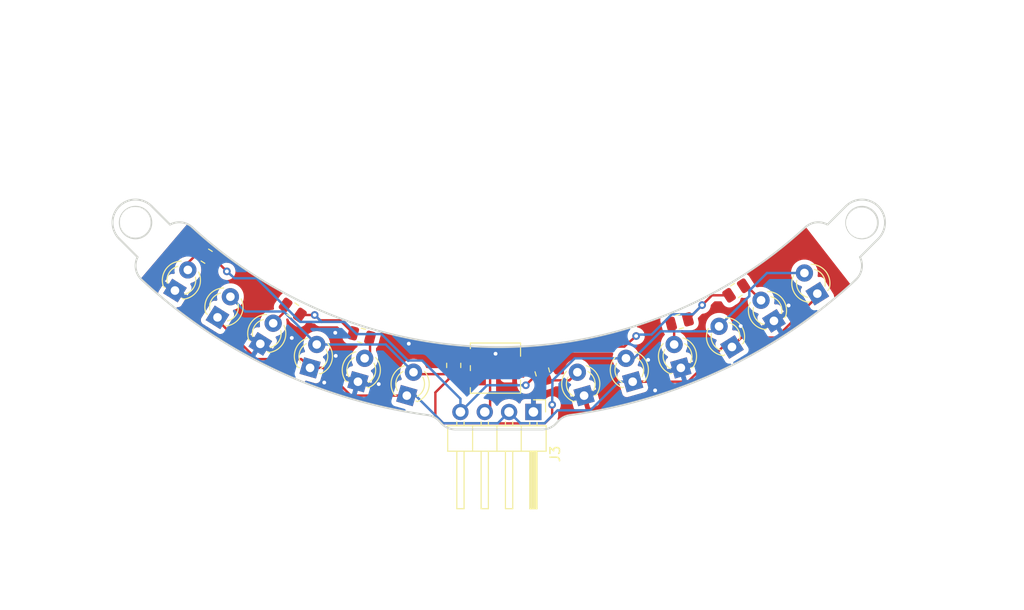
<source format=kicad_pcb>
(kicad_pcb (version 20221018) (generator pcbnew)
  (layers (0 "F.Cu" signal) (31 "B.Cu" signal) (34 "B.Paste" user) (35 "F.Paste" user) (36 "B.SilkS" user "B.Silkscreen") (37 "F.SilkS" user "F.Silkscreen") (38 "B.Mask" user) (39 "F.Mask" user) (44 "Edge.Cuts" user))
  (net 0 "")
  (net 1 "GND")
  (net 2 "Net-(D1-A)")
  (net 3 "Net-(D2-A)")
  (net 4 "Net-(D3-A)")
  (net 5 "Net-(D4-A)")
  (net 6 "+3.3V")
  (net 7 "Data_Line_sensor")
  (net 8 "+5V")
  (net 9 "Net-(Q1-E)")
  (net 11 "Net-(D7-A)")
  (net 12 "Net-(D8-A)")
  (footprint "Resistor_SMD:R_0805_2012Metric" (layer "F.Cu") (at 171.757664 43.73 33)
    (fp_text reference "R6" hide)
    (fp_text value "R" hide)
    (fp_line (start -0.227064 -0.735) (end 0.227064 -0.735) (stroke (width 0.12)) (layer "F.SilkS"))
    (fp_line (start -0.227064 0.735) (end 0.227064 0.735) (stroke (width 0.12)) (layer "F.SilkS"))
    (pad "1" smd roundrect (at -0.9125 0 33) (size 1.025 1.4) (layers "F.Cu" "F.Paste" "F.Mask") (roundrect_rratio 0.243902439) (net 8 "+5V"))
    (pad "2" smd roundrect (at 0.9125 0 33) (size 1.025 1.4) (layers "F.Cu" "F.Paste" "F.Mask") (roundrect_rratio 0.243902439) (net 4 "Net-(D3-A)"))
  )
  (footprint "LED_THT:LED_D3.0mm_Clear" (layer "F.Cu") (at 175.677664 46.9 122)
    (fp_text reference "D3" hide)
    (fp_text value "LED" hide)
    (fp_line (start -0.29 -1.236) (end -0.29 -1.08) (stroke (width 0.12)) (layer "F.SilkS"))
    (fp_line (start -0.29 1.08) (end -0.29 1.236) (stroke (width 0.12)) (layer "F.SilkS"))
    (fp_arc (start -0.29 -1.235516) (mid 1.366487 -1.987659) (end 2.942335 -1.078608) (stroke (width 0.12)) (layer "F.SilkS"))
    (fp_arc (start 0.229039 -1.08) (mid 1.270117 -1.5) (end 2.31113 -1.079837) (stroke (width 0.12)) (layer "F.SilkS"))
    (fp_arc (start 2.31113 1.079837) (mid 1.270117 1.5) (end 0.229039 1.08) (stroke (width 0.12)) (layer "F.SilkS"))
    (fp_arc (start 2.942335 1.078608) (mid 1.366487 1.987659) (end -0.29 1.235516) (stroke (width 0.12)) (layer "F.SilkS"))
    (pad "1" thru_hole rect (at 0 0 122) (size 1.8 1.8) (drill 0.9) (layers "*.Cu" "*.Mask") (net 1 "GND"))
    (pad "2" thru_hole circle (at 2.54 0 122) (size 1.8 1.8) (drill 0.9) (layers "*.Cu" "*.Mask") (net 4 "Net-(D3-A)"))
  )
  (footprint "LED_THT:LED_D3.0mm_Clear" (layer "F.Cu") (at 180.208329 44.053212 122)
    (fp_text reference "Q1" hide)
    (fp_text value "Q_Photo_NPN" hide)
    (fp_line (start -0.29 -1.236) (end -0.29 -1.08) (stroke (width 0.12)) (layer "F.SilkS"))
    (fp_line (start -0.29 1.08) (end -0.29 1.236) (stroke (width 0.12)) (layer "F.SilkS"))
    (fp_arc (start -0.29 -1.235516) (mid 1.366487 -1.987659) (end 2.942335 -1.078608) (stroke (width 0.12)) (layer "F.SilkS"))
    (fp_arc (start 0.229039 -1.08) (mid 1.270117 -1.5) (end 2.31113 -1.079837) (stroke (width 0.12)) (layer "F.SilkS"))
    (fp_arc (start 2.31113 1.079837) (mid 1.270117 1.5) (end 0.229039 1.08) (stroke (width 0.12)) (layer "F.SilkS"))
    (fp_arc (start 2.942335 1.078608) (mid 1.366487 1.987659) (end -0.29 1.235516) (stroke (width 0.12)) (layer "F.SilkS"))
    (pad "1" thru_hole rect (at 0 0 122) (size 1.8 1.8) (drill 0.9) (layers "*.Cu" "*.Mask") (net 6 "+3.3V"))
    (pad "2" thru_hole circle (at 2.54 0 122) (size 1.8 1.8) (drill 0.9) (layers "*.Cu" "*.Mask") (net 9 "Net-(Q1-E)"))
  )
  (footprint "LED_THT:LED_D3.0mm_Clear" (layer "F.Cu") (at 117.572017 46.531261 58)
    (fp_text reference "Q4" hide)
    (fp_text value "Q_Photo_NPN" hide)
    (fp_line (start -0.29 -1.236) (end -0.29 -1.08) (stroke (width 0.12)) (layer "F.SilkS"))
    (fp_line (start -0.29 1.08) (end -0.29 1.236) (stroke (width 0.12)) (layer "F.SilkS"))
    (fp_arc (start -0.29 -1.235516) (mid 1.366487 -1.987659) (end 2.942335 -1.078608) (stroke (width 0.12)) (layer "F.SilkS"))
    (fp_arc (start 0.229039 -1.08) (mid 1.270117 -1.5) (end 2.31113 -1.079837) (stroke (width 0.12)) (layer "F.SilkS"))
    (fp_arc (start 2.31113 1.079837) (mid 1.270117 1.5) (end 0.229039 1.08) (stroke (width 0.12)) (layer "F.SilkS"))
    (fp_arc (start 2.942335 1.078608) (mid 1.366487 1.987659) (end -0.29 1.235516) (stroke (width 0.12)) (layer "F.SilkS"))
    (pad "1" thru_hole rect (at 0 0 58) (size 1.8 1.8) (drill 0.9) (layers "*.Cu" "*.Mask") (net 6 "+3.3V"))
    (pad "2" thru_hole circle (at 2.54 0 58) (size 1.8 1.8) (drill 0.9) (layers "*.Cu" "*.Mask") (net 9 "Net-(Q1-E)"))
  )
  (footprint "Connector_PinHeader_2.54mm:PinHeader_1x04_P2.54mm_Horizontal" (layer "F.Cu") (at 150.56 56.41 -90)
    (fp_text reference "J3" (at 4.385 -2.27 -90) (layer "F.SilkS"))
    (fp_text value "Conn_01x04_Socket")
    (fp_line (start -1.27 -1.27) (end 0 -1.27) (stroke (width 0.12)) (layer "F.SilkS"))
    (fp_line (start -1.27 0) (end -1.27 -1.27) (stroke (width 0.12)) (layer "F.SilkS"))
    (fp_line (start 1.042929 2.16) (end 1.44 2.16) (stroke (width 0.12)) (layer "F.SilkS"))
    (fp_line (start 1.042929 2.92) (end 1.44 2.92) (stroke (width 0.12)) (layer "F.SilkS"))
    (fp_line (start 1.042929 4.7) (end 1.44 4.7) (stroke (width 0.12)) (layer "F.SilkS"))
    (fp_line (start 1.042929 5.46) (end 1.44 5.46) (stroke (width 0.12)) (layer "F.SilkS"))
    (fp_line (start 1.042929 7.24) (end 1.44 7.24) (stroke (width 0.12)) (layer "F.SilkS"))
    (fp_line (start 1.042929 8) (end 1.44 8) (stroke (width 0.12)) (layer "F.SilkS"))
    (fp_line (start 1.11 -0.38) (end 1.44 -0.38) (stroke (width 0.12)) (layer "F.SilkS"))
    (fp_line (start 1.11 0.38) (end 1.44 0.38) (stroke (width 0.12)) (layer "F.SilkS"))
    (fp_line (start 1.44 -1.33) (end 1.44 8.95) (stroke (width 0.12)) (layer "F.SilkS"))
    (fp_line (start 1.44 1.27) (end 4.1 1.27) (stroke (width 0.12)) (layer "F.SilkS"))
    (fp_line (start 1.44 3.81) (end 4.1 3.81) (stroke (width 0.12)) (layer "F.SilkS"))
    (fp_line (start 1.44 6.35) (end 4.1 6.35) (stroke (width 0.12)) (layer "F.SilkS"))
    (fp_line (start 1.44 8.95) (end 4.1 8.95) (stroke (width 0.12)) (layer "F.SilkS"))
    (fp_line (start 4.1 -1.33) (end 1.44 -1.33) (stroke (width 0.12)) (layer "F.SilkS"))
    (fp_line (start 4.1 -0.38) (end 10.1 -0.38) (stroke (width 0.12)) (layer "F.SilkS"))
    (fp_line (start 4.1 -0.32) (end 10.1 -0.32) (stroke (width 0.12)) (layer "F.SilkS"))
    (fp_line (start 4.1 -0.2) (end 10.1 -0.2) (stroke (width 0.12)) (layer "F.SilkS"))
    (fp_line (start 4.1 -0.08) (end 10.1 -0.08) (stroke (width 0.12)) (layer "F.SilkS"))
    (fp_line (start 4.1 0.04) (end 10.1 0.04) (stroke (width 0.12)) (layer "F.SilkS"))
    (fp_line (start 4.1 0.16) (end 10.1 0.16) (stroke (width 0.12)) (layer "F.SilkS"))
    (fp_line (start 4.1 0.28) (end 10.1 0.28) (stroke (width 0.12)) (layer "F.SilkS"))
    (fp_line (start 4.1 2.16) (end 10.1 2.16) (stroke (width 0.12)) (layer "F.SilkS"))
    (fp_line (start 4.1 4.7) (end 10.1 4.7) (stroke (width 0.12)) (layer "F.SilkS"))
    (fp_line (start 4.1 7.24) (end 10.1 7.24) (stroke (width 0.12)) (layer "F.SilkS"))
    (fp_line (start 4.1 8.95) (end 4.1 -1.33) (stroke (width 0.12)) (layer "F.SilkS"))
    (fp_line (start 10.1 -0.38) (end 10.1 0.38) (stroke (width 0.12)) (layer "F.SilkS"))
    (fp_line (start 10.1 0.38) (end 4.1 0.38) (stroke (width 0.12)) (layer "F.SilkS"))
    (fp_line (start 10.1 2.16) (end 10.1 2.92) (stroke (width 0.12)) (layer "F.SilkS"))
    (fp_line (start 10.1 2.92) (end 4.1 2.92) (stroke (width 0.12)) (layer "F.SilkS"))
    (fp_line (start 10.1 4.7) (end 10.1 5.46) (stroke (width 0.12)) (layer "F.SilkS"))
    (fp_line (start 10.1 5.46) (end 4.1 5.46) (stroke (width 0.12)) (layer "F.SilkS"))
    (fp_line (start 10.1 7.24) (end 10.1 8) (stroke (width 0.12)) (layer "F.SilkS"))
    (fp_line (start 10.1 8) (end 4.1 8) (stroke (width 0.12)) (layer "F.SilkS"))
    (pad "1" thru_hole rect (at 0 0 270) (size 1.7 1.7) (drill 1) (layers "*.Cu" "*.Mask") (net 1 "GND"))
    (pad "2" thru_hole oval (at 0 2.54 270) (size 1.7 1.7) (drill 1) (layers "*.Cu" "*.Mask") (net 6 "+3.3V"))
    (pad "3" thru_hole oval (at 0 5.08 270) (size 1.7 1.7) (drill 1) (layers "*.Cu" "*.Mask") (net 7 "Data_Line_sensor"))
    (pad "4" thru_hole oval (at 0 7.62 270) (size 1.7 1.7) (drill 1) (layers "*.Cu" "*.Mask") (net 8 "+5V"))
  )
  (footprint "Resistor_SMD:R_0805_2012Metric" (layer "F.Cu") (at 125.427664 45.76 145)
    (fp_text reference "R7" hide)
    (fp_text value "R" hide)
    (fp_line (start -0.227064 -0.735) (end 0.227064 -0.735) (stroke (width 0.12)) (layer "F.SilkS"))
    (fp_line (start -0.227064 0.735) (end 0.227064 0.735) (stroke (width 0.12)) (layer "F.SilkS"))
    (pad "1" smd roundrect (at -0.9125 0 145) (size 1.025 1.4) (layers "F.Cu" "F.Paste" "F.Mask") (roundrect_rratio 0.243902439) (net 8 "+5V"))
    (pad "2" smd roundrect (at 0.9125 0 145) (size 1.025 1.4) (layers "F.Cu" "F.Paste" "F.Mask") (roundrect_rratio 0.243902439) (net 5 "Net-(D4-A)"))
  )
  (footprint "Resistor_SMD:R_0805_2012Metric" (layer "F.Cu") (at 151.497664 52.23 -74)
    (fp_text reference "R1" hide)
    (fp_text value "R" hide)
    (fp_line (start -0.227064 -0.735) (end 0.227064 -0.735) (stroke (width 0.12)) (layer "F.SilkS"))
    (fp_line (start -0.227064 0.735) (end 0.227064 0.735) (stroke (width 0.12)) (layer "F.SilkS"))
    (pad "1" smd roundrect (at -0.9125 0 286) (size 1.025 1.4) (layers "F.Cu" "F.Paste" "F.Mask") (roundrect_rratio 0.243902439) (net 8 "+5V"))
    (pad "2" smd roundrect (at 0.9125 0 286) (size 1.025 1.4) (layers "F.Cu" "F.Paste" "F.Mask") (roundrect_rratio 0.243902439) (net 12 "Net-(D8-A)"))
  )
  (footprint "LED_THT:LED_D3.0mm_Clear" (layer "F.Cu") (at 155.854027 54.70373 106)
    (fp_text reference "D2" hide)
    (fp_text value "LED" hide)
    (fp_line (start -0.29 -1.236) (end -0.29 -1.08) (stroke (width 0.12)) (layer "F.SilkS"))
    (fp_line (start -0.29 1.08) (end -0.29 1.236) (stroke (width 0.12)) (layer "F.SilkS"))
    (fp_arc (start -0.29 -1.235516) (mid 1.366487 -1.987659) (end 2.942335 -1.078608) (stroke (width 0.12)) (layer "F.SilkS"))
    (fp_arc (start 0.229039 -1.08) (mid 1.270117 -1.5) (end 2.31113 -1.079837) (stroke (width 0.12)) (layer "F.SilkS"))
    (fp_arc (start 2.31113 1.079837) (mid 1.270117 1.5) (end 0.229039 1.08) (stroke (width 0.12)) (layer "F.SilkS"))
    (fp_arc (start 2.942335 1.078608) (mid 1.366487 1.987659) (end -0.29 1.235516) (stroke (width 0.12)) (layer "F.SilkS"))
    (pad "1" thru_hole rect (at 0 0 106) (size 1.8 1.8) (drill 0.9) (layers "*.Cu" "*.Mask") (net 1 "GND"))
    (pad "2" thru_hole circle (at 2.54 0 106) (size 1.8 1.8) (drill 0.9) (layers "*.Cu" "*.Mask") (net 12 "Net-(D8-A)"))
  )
  (footprint "MountingHole:MountingHole_3.2mm_M3" (layer "F.Cu") (at 184.837664 36.66 180)
    (fp_text reference "REF**" hide)
    (fp_text value "MountingHole_3.2mm_M3" hide)
    (pad "" np_thru_hole circle (at 0 0 180) (size 3.2 3.2) (drill 3.2) (layers "*.Cu" "*.Mask"))
  )
  (footprint "LED_THT:LED_D3.0mm_Clear" (layer "F.Cu") (at 160.927664 53.25 106)
    (fp_text reference "Q17" hide)
    (fp_text value "Q_Photo_NPN" hide)
    (fp_line (start -0.29 -1.236) (end -0.29 -1.08) (stroke (width 0.12)) (layer "F.SilkS"))
    (fp_line (start -0.29 1.08) (end -0.29 1.236) (stroke (width 0.12)) (layer "F.SilkS"))
    (fp_arc (start -0.29 -1.235516) (mid 1.366487 -1.987659) (end 2.942335 -1.078608) (stroke (width 0.12)) (layer "F.SilkS"))
    (fp_arc (start 0.229039 -1.08) (mid 1.270117 -1.5) (end 2.31113 -1.079837) (stroke (width 0.12)) (layer "F.SilkS"))
    (fp_arc (start 2.31113 1.079837) (mid 1.270117 1.5) (end 0.229039 1.08) (stroke (width 0.12)) (layer "F.SilkS"))
    (fp_arc (start 2.942335 1.078608) (mid 1.366487 1.987659) (end -0.29 1.235516) (stroke (width 0.12)) (layer "F.SilkS"))
    (pad "1" thru_hole rect (at 0 0 106) (size 1.8 1.8) (drill 0.9) (layers "*.Cu" "*.Mask") (net 6 "+3.3V"))
    (pad "2" thru_hole circle (at 2.54 0 106) (size 1.8 1.8) (drill 0.9) (layers "*.Cu" "*.Mask") (net 9 "Net-(Q1-E)"))
  )
  (footprint "Resistor_SMD:R_0805_2012Metric" (layer "F.Cu") (at 132.617664 48.43 -15)
    (fp_text reference "R1" hide)
    (fp_text value "R" hide)
    (fp_line (start -0.227064 -0.735) (end 0.227064 -0.735) (stroke (width 0.12)) (layer "F.SilkS"))
    (fp_line (start -0.227064 0.735) (end 0.227064 0.735) (stroke (width 0.12)) (layer "F.SilkS"))
    (pad "1" smd roundrect (at -0.9125 0 345) (size 1.025 1.4) (layers "F.Cu" "F.Paste" "F.Mask") (roundrect_rratio 0.243902439) (net 8 "+5V"))
    (pad "2" smd roundrect (at 0.9125 0 345) (size 1.025 1.4) (layers "F.Cu" "F.Paste" "F.Mask") (roundrect_rratio 0.243902439) (net 2 "Net-(D1-A)"))
  )
  (footprint "LED_THT:LED_D3.0mm_Clear" (layer "F.Cu") (at 122.040651 49.299451 58)
    (fp_text reference "D4" hide)
    (fp_text value "LED" hide)
    (fp_line (start -0.29 -1.236) (end -0.29 -1.08) (stroke (width 0.12)) (layer "F.SilkS"))
    (fp_line (start -0.29 1.08) (end -0.29 1.236) (stroke (width 0.12)) (layer "F.SilkS"))
    (fp_arc (start -0.29 -1.235516) (mid 1.366487 -1.987659) (end 2.942335 -1.078608) (stroke (width 0.12)) (layer "F.SilkS"))
    (fp_arc (start 0.229039 -1.08) (mid 1.270117 -1.5) (end 2.31113 -1.079837) (stroke (width 0.12)) (layer "F.SilkS"))
    (fp_arc (start 2.31113 1.079837) (mid 1.270117 1.5) (end 0.229039 1.08) (stroke (width 0.12)) (layer "F.SilkS"))
    (fp_arc (start 2.942335 1.078608) (mid 1.366487 1.987659) (end -0.29 1.235516) (stroke (width 0.12)) (layer "F.SilkS"))
    (pad "1" thru_hole rect (at 0 0 58) (size 1.8 1.8) (drill 0.9) (layers "*.Cu" "*.Mask") (net 1 "GND"))
    (pad "2" thru_hole circle (at 2.54 0 58) (size 1.8 1.8) (drill 0.9) (layers "*.Cu" "*.Mask") (net 5 "Net-(D4-A)"))
  )
  (footprint "LED_THT:LED_D3.0mm_Clear" (layer "F.Cu") (at 132.237664 53.25 74)
    (fp_text reference "D1" hide)
    (fp_text value "LED" hide)
    (fp_line (start -0.29 -1.236) (end -0.29 -1.08) (stroke (width 0.12)) (layer "F.SilkS"))
    (fp_line (start -0.29 1.08) (end -0.29 1.236) (stroke (width 0.12)) (layer "F.SilkS"))
    (fp_arc (start -0.29 -1.235516) (mid 1.366487 -1.987659) (end 2.942335 -1.078608) (stroke (width 0.12)) (layer "F.SilkS"))
    (fp_arc (start 0.229039 -1.08) (mid 1.270117 -1.5) (end 2.31113 -1.079837) (stroke (width 0.12)) (layer "F.SilkS"))
    (fp_arc (start 2.31113 1.079837) (mid 1.270117 1.5) (end 0.229039 1.08) (stroke (width 0.12)) (layer "F.SilkS"))
    (fp_arc (start 2.942335 1.078608) (mid 1.366487 1.987659) (end -0.29 1.235516) (stroke (width 0.12)) (layer "F.SilkS"))
    (pad "1" thru_hole rect (at 0 0 74) (size 1.8 1.8) (drill 0.9) (layers "*.Cu" "*.Mask") (net 1 "GND"))
    (pad "2" thru_hole circle (at 2.54 0 74) (size 1.8 1.8) (drill 0.9) (layers "*.Cu" "*.Mask") (net 2 "Net-(D1-A)"))
  )
  (footprint "MountingHole:MountingHole_3.2mm_M3" (layer "F.Cu") (at 108.987664 36.61 180)
    (fp_text reference "REF**" hide)
    (fp_text value "MountingHole_3.2mm_M3" hide)
    (pad "" np_thru_hole circle (at 0 0 180) (size 3.2 3.2) (drill 3.2) (layers "F&B.Cu" "*.Mask"))
  )
  (footprint "LED_THT:LED_D3.0mm_Clear" (layer "F.Cu") (at 127.23589 51.805237 74)
    (fp_text reference "Q16" hide)
    (fp_text value "Q_Photo_NPN" hide)
    (fp_line (start -0.29 -1.236) (end -0.29 -1.08) (stroke (width 0.12)) (layer "F.SilkS"))
    (fp_line (start -0.29 1.08) (end -0.29 1.236) (stroke (width 0.12)) (layer "F.SilkS"))
    (fp_arc (start -0.29 -1.235516) (mid 1.366487 -1.987659) (end 2.942335 -1.078608) (stroke (width 0.12)) (layer "F.SilkS"))
    (fp_arc (start 0.229039 -1.08) (mid 1.270117 -1.5) (end 2.31113 -1.079837) (stroke (width 0.12)) (layer "F.SilkS"))
    (fp_arc (start 2.31113 1.079837) (mid 1.270117 1.5) (end 0.229039 1.08) (stroke (width 0.12)) (layer "F.SilkS"))
    (fp_arc (start 2.942335 1.078608) (mid 1.366487 1.987659) (end -0.29 1.235516) (stroke (width 0.12)) (layer "F.SilkS"))
    (pad "1" thru_hole rect (at 0 0 74) (size 1.8 1.8) (drill 0.9) (layers "*.Cu" "*.Mask") (net 6 "+3.3V"))
    (pad "2" thru_hole circle (at 2.54 0 74) (size 1.8 1.8) (drill 0.9) (layers "*.Cu" "*.Mask") (net 9 "Net-(Q1-E)"))
  )
  (footprint "Potentiometer_SMD:Potentiometer_Vishay_TS53YJ_Vertical" (layer "F.Cu") (at 146.597664 51.83 180)
    (fp_text reference "RV2" hide)
    (fp_text value "R_Potentiometer_Trim_US" hide)
    (fp_line (start -2.62 -2.62) (end -2.62 -1.24) (stroke (width 0.12)) (layer "F.SilkS"))
    (fp_line (start -2.62 -2.62) (end 2.62 -2.62) (stroke (width 0.12)) (layer "F.SilkS"))
    (fp_line (start -2.62 1.24) (end -2.62 2.62) (stroke (width 0.12)) (layer "F.SilkS"))
    (fp_line (start -2.62 2.62) (end 2.62 2.62) (stroke (width 0.12)) (layer "F.SilkS"))
    (fp_line (start 2.62 -2.62) (end 2.62 -2.039) (stroke (width 0.12)) (layer "F.SilkS"))
    (fp_line (start 2.62 -0.26) (end 2.62 0.26) (stroke (width 0.12)) (layer "F.SilkS"))
    (fp_line (start 2.62 2.04) (end 2.62 2.62) (stroke (width 0.12)) (layer "F.SilkS"))
    (pad "1" smd rect (at 2 -1.15 180) (size 2 1.3) (layers "F.Cu" "F.Paste" "F.Mask"))
    (pad "2" smd rect (at -2 0 180) (size 2 2) (layers "F.Cu" "F.Paste" "F.Mask") (net 1 "GND"))
    (pad "3" smd rect (at 2 1.15 180) (size 2 1.3) (layers "F.Cu" "F.Paste" "F.Mask") (net 7 "Data_Line_sensor"))
  )
  (footprint "LED_THT:LED_D3.0mm_Clear" (layer "F.Cu") (at 165.956888 51.806782 106)
    (fp_text reference "D2" hide)
    (fp_text value "LED" hide)
    (fp_line (start -0.29 -1.236) (end -0.29 -1.08) (stroke (width 0.12)) (layer "F.SilkS"))
    (fp_line (start -0.29 1.08) (end -0.29 1.236) (stroke (width 0.12)) (layer "F.SilkS"))
    (fp_arc (start -0.29 -1.235516) (mid 1.366487 -1.987659) (end 2.942335 -1.078608) (stroke (width 0.12)) (layer "F.SilkS"))
    (fp_arc (start 0.229039 -1.08) (mid 1.270117 -1.5) (end 2.31113 -1.079837) (stroke (width 0.12)) (layer "F.SilkS"))
    (fp_arc (start 2.31113 1.079837) (mid 1.270117 1.5) (end 0.229039 1.08) (stroke (width 0.12)) (layer "F.SilkS"))
    (fp_arc (start 2.942335 1.078608) (mid 1.366487 1.987659) (end -0.29 1.235516) (stroke (width 0.12)) (layer "F.SilkS"))
    (pad "1" thru_hole rect (at 0 0 106) (size 1.8 1.8) (drill 0.9) (layers "*.Cu" "*.Mask") (net 1 "GND"))
    (pad "2" thru_hole circle (at 2.54 0 106) (size 1.8 1.8) (drill 0.9) (layers "*.Cu" "*.Mask") (net 3 "Net-(D2-A)"))
  )
  (footprint "LED_THT:LED_D3.0mm_Clear" (layer "F.Cu") (at 113.127664 43.73 58)
    (fp_text reference "D7" hide)
    (fp_text value "LED")
    (fp_line (start -0.29 -1.236) (end -0.29 -1.08) (stroke (width 0.12)) (layer "F.SilkS"))
    (fp_line (start -0.29 1.08) (end -0.29 1.236) (stroke (width 0.12)) (layer "F.SilkS"))
    (fp_arc (start -0.29 -1.235516) (mid 1.366487 -1.987659) (end 2.942335 -1.078608) (stroke (width 0.12)) (layer "F.SilkS"))
    (fp_arc (start 0.229039 -1.08) (mid 1.270117 -1.5) (end 2.31113 -1.079837) (stroke (width 0.12)) (layer "F.SilkS"))
    (fp_arc (start 2.31113 1.079837) (mid 1.270117 1.5) (end 0.229039 1.08) (stroke (width 0.12)) (layer "F.SilkS"))
    (fp_arc (start 2.942335 1.078608) (mid 1.366487 1.987659) (end -0.29 1.235516) (stroke (width 0.12)) (layer "F.SilkS"))
    (pad "1" thru_hole rect (at 0 0 58) (size 1.8 1.8) (drill 0.9) (layers "*.Cu" "*.Mask") (net 1 "GND"))
    (pad "2" thru_hole circle (at 2.54 0 58) (size 1.8 1.8) (drill 0.9) (layers "*.Cu" "*.Mask") (net 11 "Net-(D7-A)"))
  )
  (footprint "Resistor_SMD:R_0805_2012Metric" (layer "F.Cu") (at 142.237664 51.5475 90)
    (fp_text reference "R4" hide)
    (fp_text value "R" hide)
    (fp_line (start -0.227064 -0.735) (end 0.227064 -0.735) (stroke (width 0.12)) (layer "F.SilkS"))
    (fp_line (start -0.227064 0.735) (end 0.227064 0.735) (stroke (width 0.12)) (layer "F.SilkS"))
    (pad "1" smd roundrect (at -0.9125 0 90) (size 1.025 1.4) (layers "F.Cu" "F.Paste" "F.Mask") (roundrect_rratio 0.243902439) (net 9 "Net-(Q1-E)"))
    (pad "2" smd roundrect (at 0.9125 0 90) (size 1.025 1.4) (layers "F.Cu" "F.Paste" "F.Mask") (roundrect_rratio 0.243902439) (net 7 "Data_Line_sensor"))
  )
  (footprint "Resistor_SMD:R_0805_2012Metric" (layer "F.Cu") (at 165.819071 46.973828 -165)
    (fp_text reference "R5" hide)
    (fp_text value "R" hide)
    (fp_line (start -0.227064 -0.735) (end 0.227064 -0.735) (stroke (width 0.12)) (layer "F.SilkS"))
    (fp_line (start -0.227064 0.735) (end 0.227064 0.735) (stroke (width 0.12)) (layer "F.SilkS"))
    (pad "1" smd roundrect (at -0.9125 0 195) (size 1.025 1.4) (layers "F.Cu" "F.Paste" "F.Mask") (roundrect_rratio 0.243902439) (net 8 "+5V"))
    (pad "2" smd roundrect (at 0.9125 0 195) (size 1.025 1.4) (layers "F.Cu" "F.Paste" "F.Mask") (roundrect_rratio 0.243902439) (net 3 "Net-(D2-A)"))
  )
  (footprint "LED_THT:LED_D3.0mm_Clear" (layer "F.Cu") (at 171.295343 49.622663 122)
    (fp_text reference "Q3" hide)
    (fp_text value "Q_Photo_NPN" hide)
    (fp_line (start -0.29 -1.236) (end -0.29 -1.08) (stroke (width 0.12)) (layer "F.SilkS"))
    (fp_line (start -0.29 1.08) (end -0.29 1.236) (stroke (width 0.12)) (layer "F.SilkS"))
    (fp_arc (start -0.29 -1.235516) (mid 1.366487 -1.987659) (end 2.942335 -1.078608) (stroke (width 0.12)) (layer "F.SilkS"))
    (fp_arc (start 0.229039 -1.08) (mid 1.270117 -1.5) (end 2.31113 -1.079837) (stroke (width 0.12)) (layer "F.SilkS"))
    (fp_arc (start 2.31113 1.079837) (mid 1.270117 1.5) (end 0.229039 1.08) (stroke (width 0.12)) (layer "F.SilkS"))
    (fp_arc (start 2.942335 1.078608) (mid 1.366487 1.987659) (end -0.29 1.235516) (stroke (width 0.12)) (layer "F.SilkS"))
    (pad "1" thru_hole rect (at 0 0 122) (size 1.8 1.8) (drill 0.9) (layers "*.Cu" "*.Mask") (net 6 "+3.3V"))
    (pad "2" thru_hole circle (at 2.54 0 122) (size 1.8 1.8) (drill 0.9) (layers "*.Cu" "*.Mask") (net 9 "Net-(Q1-E)"))
  )
  (footprint "LED_THT:LED_D3.0mm_Clear" (layer "F.Cu") (at 137.338751 54.702185 74)
    (fp_text reference "Q15" hide)
    (fp_text value "Q_Photo_NPN" hide)
    (fp_line (start -0.29 -1.236) (end -0.29 -1.08) (stroke (width 0.12)) (layer "F.SilkS"))
    (fp_line (start -0.29 1.08) (end -0.29 1.236) (stroke (width 0.12)) (layer "F.SilkS"))
    (fp_arc (start -0.29 -1.235516) (mid 1.366487 -1.987659) (end 2.942335 -1.078608) (stroke (width 0.12)) (layer "F.SilkS"))
    (fp_arc (start 0.229039 -1.08) (mid 1.270117 -1.5) (end 2.31113 -1.079837) (stroke (width 0.12)) (layer "F.SilkS"))
    (fp_arc (start 2.31113 1.079837) (mid 1.270117 1.5) (end 0.229039 1.08) (stroke (width 0.12)) (layer "F.SilkS"))
    (fp_arc (start 2.942335 1.078608) (mid 1.366487 1.987659) (end -0.29 1.235516) (stroke (width 0.12)) (layer "F.SilkS"))
    (pad "1" thru_hole rect (at 0 0 74) (size 1.8 1.8) (drill 0.9) (layers "*.Cu" "*.Mask") (net 6 "+3.3V"))
    (pad "2" thru_hole circle (at 2.54 0 74) (size 1.8 1.8) (drill 0.9) (layers "*.Cu" "*.Mask") (net 9 "Net-(Q1-E)"))
  )
  (footprint "Resistor_SMD:R_0805_2012Metric" (layer "F.Cu") (at 116.441508 40.143551 148)
    (fp_text reference "R2" hide)
    (fp_text value "R" hide)
    (fp_line (start -0.227064 -0.735) (end 0.227064 -0.735) (stroke (width 0.12)) (layer "F.SilkS"))
    (fp_line (start -0.227064 0.735) (end 0.227064 0.735) (stroke (width 0.12)) (layer "F.SilkS"))
    (pad "1" smd roundrect (at -0.9125 0 148) (size 1.025 1.4) (layers "F.Cu" "F.Paste" "F.Mask") (roundrect_rratio 0.243902439) (net 8 "+5V"))
    (pad "2" smd roundrect (at 0.9125 0 148) (size 1.025 1.4) (layers "F.Cu" "F.Paste" "F.Mask") (roundrect_rratio 0.243902439) (net 11 "Net-(D7-A)"))
  )
  (gr_line (start 184.663104 40.239446) (end 186.572293 38.330257) (stroke (width 0.2)) (layer "Edge.Cuts"))
  (gr_circle (center 109.012428 36.633201) (end 107.362428 36.633201) (stroke (width 0.2)) (fill none) (layer "Edge.Cuts"))
  (gr_arc (start 107.315371 38.330257) (mid 107.315389 34.936125) (end 110.709484 34.936145) (stroke (width 0.2)) (layer "Edge.Cuts"))
  (gr_line (start 183.17818 34.936145) (end 181.268992 36.845333) (stroke (width 0.2)) (layer "Edge.Cuts"))
  (gr_line (start 112.618672 36.845333) (end 110.709484 34.936145) (stroke (width 0.2)) (layer "Edge.Cuts"))
  (gr_arc (start 152.937521 57.598817) (mid 152.270742 58.07272) (end 151.47 58.24) (stroke (width 0.2)) (layer "Edge.Cuts"))
  (gr_arc (start 184.233555 42.596152) (mid 170.386536 51.972603) (end 154.356422 56.736349) (stroke (width 0.2)) (layer "Edge.Cuts"))
  (gr_arc (start 139.531242 56.736349) (mid 140.183843 56.943756) (end 140.72823 57.359151) (stroke (width 0.2)) (layer "Edge.Cuts"))
  (gr_arc (start 139.531242 56.736349) (mid 123.501131 51.972603) (end 109.654109 42.596152) (stroke (width 0.2)) (layer "Edge.Cuts"))
  (gr_arc (start 109.654109 42.596152) (mid 109.047439 41.489226) (end 109.22456 40.239446) (stroke (width 0.2)) (layer "Edge.Cuts"))
  (gr_arc (start 184.663104 40.239446) (mid 184.840187 41.489227) (end 184.233555 42.596152) (stroke (width 0.2)) (layer "Edge.Cuts"))
  (gr_arc (start 153.159434 57.359151) (mid 153.703822 56.943768) (end 154.356422 56.736349) (stroke (width 0.2)) (layer "Edge.Cuts"))
  (gr_circle (center 184.875236 36.633201) (end 183.225236 36.633201) (stroke (width 0.2)) (fill none) (layer "Edge.Cuts"))
  (gr_line (start 140.72823 57.359151) (end 140.950143 57.598817) (stroke (width 0.2)) (layer "Edge.Cuts"))
  (gr_line (start 142.417664 58.24) (end 151.47 58.24) (stroke (width 0.2)) (layer "Edge.Cuts"))
  (gr_arc (start 178.951511 37.129314) (mid 146.943832 49.64) (end 114.936153 37.129314) (stroke (width 0.2)) (layer "Edge.Cuts"))
  (gr_arc (start 183.17818 34.936145) (mid 186.572333 34.93613) (end 186.572293 38.330257) (stroke (width 0.2)) (layer "Edge.Cuts"))
  (gr_arc (start 142.417664 58.24) (mid 141.616918 58.072714) (end 140.950143 57.598817) (stroke (width 0.2)) (layer "Edge.Cuts"))
  (gr_arc (start 178.951511 37.129314) (mid 180.06451 36.614026) (end 181.268992 36.845333) (stroke (width 0.2)) (layer "Edge.Cuts"))
  (gr_line (start 107.315371 38.330257) (end 109.22456 40.239446) (stroke (width 0.2)) (layer "Edge.Cuts"))
  (gr_line (start 152.937521 57.598817) (end 153.159434 57.359151) (stroke (width 0.2)) (layer "Edge.Cuts"))
  (gr_arc (start 112.618672 36.845333) (mid 113.823145 36.614067) (end 114.936153 37.129314) (stroke (width 0.2)) (layer "Edge.Cuts"))
  (segment (start 150.597664 56.32) (end 150.527664 56.39) (width 0.25) (layer "F.Cu") (net 1))
  (via (at 134.407664 53.5) (size 0.8) (drill 0.4) (layers "F.Cu" "B.Cu") (net 1))
  (via (at 125.327664 48.68) (size 0.8) (drill 0.4) (layers "F.Cu" "B.Cu") (net 1))
  (via (at 163.27 54.16) (size 0.8) (drill 0.4) (layers "F.Cu" "B.Cu") (net 1))
  (via (at 129.917664 50.55) (size 0.8) (drill 0.4) (layers "F.Cu" "B.Cu") (net 1))
  (via (at 128.717664 53.34) (size 0.8) (drill 0.4) (layers "F.Cu" "B.Cu") (net 1))
  (via (at 146.607664 50.33) (size 0.8) (drill 0.4) (layers "F.Cu" "B.Cu") (net 1))
  (via (at 162.54 50.97) (size 0.8) (drill 0.4) (layers "F.Cu" "B.Cu") (net 1))
  (via (at 137.547664 49.28) (size 0.8) (drill 0.4) (layers "F.Cu" "B.Cu") (net 1))
  (via (at 172.207664 47.44) (size 0.8) (drill 0.4) (layers "F.Cu" "B.Cu") (net 1))
  (via (at 129.867664 48.14) (size 0.8) (drill 0.4) (layers "F.Cu" "B.Cu") (net 1))
  (via (at 177.207664 45.29) (size 0.8) (drill 0.4) (layers "F.Cu" "B.Cu") (net 1))
  (segment (start 133.499071 50.247107) (end 132.937783 50.808395) (width 0.25) (layer "F.Cu") (net 2))
  (segment (start 133.499071 48.666172) (end 133.499071 50.247107) (width 0.25) (layer "F.Cu") (net 2))
  (segment (start 165.256769 49.365177) (end 165.256769 47.529105) (width 0.25) (layer "F.Cu") (net 3))
  (segment (start 165.256769 47.529105) (end 164.937664 47.21) (width 0.25) (layer "F.Cu") (net 3))
  (segment (start 165.256769 49.365177) (end 165.256769 48.600895) (width 0.25) (layer "B.Cu") (net 3))
  (segment (start 165.051946 49.57) (end 165.256769 49.365177) (width 0.25) (layer "B.Cu") (net 3))
  (segment (start 172.522951 43.233017) (end 172.818728 43.233017) (width 0.25) (layer "F.Cu") (net 4))
  (segment (start 172.818728 43.233017) (end 174.331669 44.745958) (width 0.25) (layer "F.Cu") (net 4))
  (segment (start 124.680188 45.236612) (end 124.680188 45.851867) (width 0.25) (layer "F.Cu") (net 5))
  (segment (start 124.680188 45.851867) (end 123.386646 47.145409) (width 0.25) (layer "F.Cu") (net 5))
  (segment (start 117.572017 46.816925) (end 121.645092 50.89) (width 0.25) (layer "F.Cu") (net 6))
  (segment (start 131.499959 54.702185) (end 128.603011 51.805237) (width 0.25) (layer "F.Cu") (net 6))
  (segment (start 171.295343 49.622663) (end 170.330897 49.622663) (width 0.25) (layer "F.Cu") (net 6))
  (segment (start 137.338751 54.702185) (end 131.499959 54.702185) (width 0.25) (layer "F.Cu") (net 6))
  (segment (start 117.572017 46.531261) (end 117.572017 46.816925) (width 0.25) (layer "F.Cu") (net 6))
  (segment (start 175.777664 48.64) (end 172.278006 48.64) (width 0.25) (layer "F.Cu") (net 6))
  (segment (start 170.330897 49.622663) (end 166.70356 53.25) (width 0.25) (layer "F.Cu") (net 6))
  (segment (start 175.777664 48.64) (end 175.923772 48.64) (width 0.25) (layer "F.Cu") (net 6))
  (segment (start 121.645092 50.89) (end 126.320653 50.89) (width 0.25) (layer "F.Cu") (net 6))
  (segment (start 128.603011 51.805237) (end 127.23589 51.805237) (width 0.25) (layer "F.Cu") (net 6))
  (segment (start 172.278006 48.64) (end 171.295343 49.622663) (width 0.25) (layer "F.Cu") (net 6))
  (segment (start 175.923772 48.64) (end 180.208329 44.355443) (width 0.25) (layer "F.Cu") (net 6))
  (segment (start 166.70356 53.25) (end 160.927664 53.25) (width 0.25) (layer "F.Cu") (net 6))
  (segment (start 126.320653 50.89) (end 127.23589 51.805237) (width 0.25) (layer "F.Cu") (net 6))
  (segment (start 180.208329 44.053212) (end 180.208329 44.355443) (width 0.25) (layer "F.Cu") (net 6))
  (segment (start 175.912872 48.64) (end 175.777664 48.64) (width 0.25) (layer "F.Cu") (net 6))
  (segment (start 153.08 56.24) (end 151.735 57.585) (width 0.25) (layer "B.Cu") (net 6))
  (segment (start 160.927664 53.25) (end 159.497647 53.25) (width 0.25) (layer "B.Cu") (net 6))
  (segment (start 148.02 56.41) (end 146.845 57.585) (width 0.25) (layer "B.Cu") (net 6))
  (segment (start 156.507647 56.24) (end 153.08 56.24) (width 0.25) (layer "B.Cu") (net 6))
  (segment (start 141.142371 57.585) (end 138.259556 54.702185) (width 0.25) (layer "B.Cu") (net 6))
  (segment (start 149.195 57.585) (end 148.02 56.41) (width 0.25) (layer "B.Cu") (net 6))
  (segment (start 146.845 57.585) (end 141.142371 57.585) (width 0.25) (layer "B.Cu") (net 6))
  (segment (start 138.259556 54.702185) (end 137.338751 54.702185) (width 0.25) (layer "B.Cu") (net 6))
  (segment (start 151.735 57.585) (end 149.195 57.585) (width 0.25) (layer "B.Cu") (net 6))
  (segment (start 159.497647 53.25) (end 156.507647 56.24) (width 0.25) (layer "B.Cu") (net 6))
  (segment (start 144.797664 50.68) (end 144.597664 50.68) (width 0.25) (layer "F.Cu") (net 7))
  (segment (start 144.587664 50.65) (end 142.252664 50.65) (width 0.7) (layer "F.Cu") (net 7))
  (segment (start 145.037664 50.65) (end 144.587664 50.65) (width 0.7) (layer "F.Cu") (net 7))
  (segment (start 146.037664 55.852336) (end 146.037664 51.92) (width 0.25) (layer "F.Cu") (net 7))
  (segment (start 145.48 56.41) (end 146.037664 55.852336) (width 0.25) (layer "F.Cu") (net 7))
  (segment (start 146.037664 51.92) (end 144.797664 50.68) (width 0.25) (layer "F.Cu") (net 7))
  (segment (start 142.252664 50.65) (end 142.237664 50.635) (width 0.7) (layer "F.Cu") (net 7))
  (segment (start 151.246145 52.143855) (end 151.246145 51.352849) (width 0.25) (layer "F.Cu") (net 8))
  (segment (start 127.721052 46.283388) (end 128.277664 46.84) (width 0.25) (layer "F.Cu") (net 8))
  (segment (start 166.700478 46.737656) (end 168.177664 45.26047) (width 0.25) (layer "F.Cu") (net 8))
  (segment (start 168.177664 45.26047) (end 168.177664 45.25) (width 0.25) (layer "F.Cu") (net 8))
  (segment (start 168.188134 45.25) (end 169.211151 44.226983) (width 0.25) (layer "F.Cu") (net 8))
  (segment (start 128.277664 46.84) (end 130.382429 46.84) (width 0.25) (layer "F.Cu") (net 8))
  (segment (start 130.382429 46.84) (end 131.736257 48.193828) (width 0.25) (layer "F.Cu") (net 8))
  (segment (start 127.721052 46.283388) (end 126.17514 46.283388) (width 0.25) (layer "F.Cu") (net 8))
  (segment (start 153.015599 49.583395) (end 160.054269 49.583395) (width 0.25) (layer "F.Cu") (net 8))
  (segment (start 149.77 53.62) (end 151.246145 52.143855) (width 0.25) (layer "F.Cu") (net 8))
  (segment (start 117.444766 40.627102) (end 118.547664 41.73) (width 0.25) (layer "F.Cu") (net 8))
  (segment (start 149.82 53.57) (end 149.95 53.57) (width 0.25) (layer "F.Cu") (net 8))
  (segment (start 151.246145 51.352849) (end 153.015599 49.583395) (width 0.25) (layer "F.Cu") (net 8))
  (segment (start 149.72 53.57) (end 149.77 53.62) (width 0.25) (layer "F.Cu") (net 8))
  (segment (start 161.287664 48.48) (end 161.117664 48.52) (width 0.25) (layer "F.Cu") (net 8))
  (segment (start 160.054269 49.583395) (end 161.287664 48.48) (width 0.25) (layer "F.Cu") (net 8))
  (segment (start 169.211151 44.226983) (end 170.992377 44.226983) (width 0.25) (layer "F.Cu") (net 8))
  (segment (start 168.177664 45.25) (end 168.188134 45.25) (width 0.25) (layer "F.Cu") (net 8))
  (segment (start 149.77 53.62) (end 149.82 53.57) (width 0.25) (layer "F.Cu") (net 8))
  (segment (start 117.215352 40.627102) (end 117.444766 40.627102) (width 0.25) (layer "F.Cu") (net 8))
  (via (at 149.77 53.62) (size 0.8) (drill 0.4) (layers "F.Cu" "B.Cu") (net 8))
  (via (at 118.547664 41.73) (size 0.8) (drill 0.4) (layers "F.Cu" "B.Cu") (net 8))
  (via (at 161.287664 48.48) (size 0.8) (drill 0.4) (layers "F.Cu" "B.Cu") (net 8))
  (via (at 127.721052 46.283388) (size 0.8) (drill 0.4) (layers "F.Cu" "B.Cu") (net 8))
  (via (at 168.177664 45.25) (size 0.8) (drill 0.4) (layers "F.Cu" "B.Cu") (net 8))
  (segment (start 119.34222 42.444556) (end 118.547664 41.73) (width 0.25) (layer "B.Cu") (net 8))
  (segment (start 162.896573 48.33) (end 162.137664 48.33) (width 0.25) (layer "B.Cu") (net 8))
  (segment (start 161.437664 48.33) (end 162.317664 48.33) (width 0.25) (layer "B.Cu") (net 8))
  (segment (start 137.490862 51.076176) (end 137.531458 51.03558) (width 0.25) (layer "B.Cu") (net 8))
  (segment (start 118.547664 41.73) (end 118.677664 41.78) (width 0.25) (layer "B.Cu") (net 8))
  (segment (start 165.016952 46.209621) (end 162.896573 48.33) (width 0.25) (layer "B.Cu") (net 8))
  (segment (start 167.218043 46.209621) (end 165.016952 46.209621) (width 0.25) (layer "B.Cu") (net 8))
  (segment (start 128.442663 47.004999) (end 126.213772 47.004999) (width 0.25) (layer "B.Cu") (net 8))
  (segment (start 161.287664 48.48) (end 161.437664 48.33) (width 0.25) (layer "B.Cu") (net 8))
  (segment (start 128.442663 47.004999) (end 130.822665 47.004999) (width 0.25) (layer "B.Cu") (net 8))
  (segment (start 162.317664 48.33) (end 162.137664 48.33) (width 0.25) (layer "B.Cu") (net 8))
  (segment (start 132.097665 48.28) (end 134.694686 48.28) (width 0.25) (layer "B.Cu") (net 8))
  (segment (start 137.531458 51.03558) (end 138.943244 51.03558) (width 0.25) (layer "B.Cu") (net 8))
  (segment (start 141.368832 53.461168) (end 142.94 55.032336) (width 0.25) (layer "B.Cu") (net 8))
  (segment (start 126.213772 47.004999) (end 121.653329 42.444556) (width 0.25) (layer "B.Cu") (net 8))
  (segment (start 168.177664 45.25) (end 167.218043 46.209621) (width 0.25) (layer "B.Cu") (net 8))
  (segment (start 142.94 55.032336) (end 142.94 56.41) (width 0.25) (layer "B.Cu") (net 8))
  (segment (start 130.822665 47.004999) (end 132.097665 48.28) (width 0.25) (layer "B.Cu") (net 8))
  (segment (start 138.943244 51.03558) (end 141.368832 53.461168) (width 0.25) (layer "B.Cu") (net 8))
  (segment (start 145.73 53.62) (end 142.94 56.41) (width 0.25) (layer "B.Cu") (net 8))
  (segment (start 149.77 53.62) (end 145.73 53.62) (width 0.25) (layer "B.Cu") (net 8))
  (segment (start 127.721052 46.283388) (end 128.442663 47.004999) (width 0.25) (layer "B.Cu") (net 8))
  (segment (start 134.694686 48.28) (end 137.490862 51.076176) (width 0.25) (layer "B.Cu") (net 8))
  (segment (start 121.653329 42.444556) (end 119.34222 42.444556) (width 0.25) (layer "B.Cu") (net 8))
  (segment (start 140.322664 54.375) (end 142.237664 52.46) (width 0.25) (layer "F.Cu") (net 9))
  (segment (start 152.517664 56.828972) (end 152.517664 55.66) (width 0.25) (layer "F.Cu") (net 9))
  (segment (start 141.151186 57.6) (end 140.322664 56.771478) (width 0.25) (layer "F.Cu") (net 9))
  (segment (start 140.322664 56.771478) (end 140.322664 54.375) (width 0.25) (layer "F.Cu") (net 9))
  (segment (start 142.237664 52.46) (end 142.017664 52.46) (width 0.25) (layer "F.Cu") (net 9))
  (segment (start 159.906257 50.487107) (end 160.227545 50.808395) (width 0.5) (layer "F.Cu") (net 9))
  (segment (start 138.23829 52.46) (end 138.03887 52.26058) (width 0.25) (layer "F.Cu") (net 9))
  (segment (start 151.746636 57.6) (end 152.517664 56.828972) (width 0.25) (layer "F.Cu") (net 9))
  (segment (start 142.017664 52.46) (end 138.23829 52.46) (width 0.25) (layer "F.Cu") (net 9))
  (segment (start 151.746636 57.6) (end 141.151186 57.6) (width 0.25) (layer "F.Cu") (net 9))
  (via (at 152.517664 55.66) (size 0.8) (drill 0.4) (layers "F.Cu" "B.Cu") (net 9))
  (segment (start 169.949348 47.468621) (end 173.106669 44.3113) (width 0.25) (layer "B.Cu") (net 9))
  (segment (start 154.875226 50.808395) (end 152.547664 53.135957) (width 0.25) (layer "B.Cu") (net 9))
  (segment (start 127.936009 49.363632) (end 124.492786 45.920409) (width 0.25) (layer "B.Cu") (net 9))
  (segment (start 173.106669 44.3113) (end 173.106669 43.740995) (width 0.25) (layer "B.Cu") (net 9))
  (segment (start 127.936009 49.363632) (end 135.141922 49.363632) (width 0.25) (layer "B.Cu") (net 9))
  (segment (start 152.517664 55.66) (end 152.547664 55.6) (width 0.25) (layer "B.Cu") (net 9))
  (segment (start 160.227545 50.808395) (end 154.875226 50.808395) (width 0.25) (layer "B.Cu") (net 9))
  (segment (start 135.141922 49.363632) (end 138.03887 52.26058) (width 0.25) (layer "B.Cu") (net 9))
  (segment (start 174.948494 41.89917) (end 178.862334 41.89917) (width 0.25) (layer "B.Cu") (net 9))
  (segment (start 173.106669 43.740995) (end 174.948494 41.89917) (width 0.25) (layer "B.Cu") (net 9))
  (segment (start 169.427969 47.99) (end 163.872969 47.99) (width 0.25) (layer "B.Cu") (net 9))
  (segment (start 163.872969 47.99) (end 161.054574 50.808395) (width 0.25) (layer "B.Cu") (net 9))
  (segment (start 169.949348 47.468621) (end 169.427969 47.99) (width 0.25) (layer "B.Cu") (net 9))
  (segment (start 152.547664 53.135957) (end 152.517664 55.66) (width 0.25) (layer "B.Cu") (net 9))
  (segment (start 124.492786 45.920409) (end 120.461202 45.920409) (width 0.25) (layer "B.Cu") (net 9))
  (segment (start 161.054574 50.808395) (end 160.227545 50.808395) (width 0.25) (layer "B.Cu") (net 9))
  (segment (start 120.461202 45.920409) (end 118.918012 44.377219) (width 0.25) (layer "B.Cu") (net 9))
  (segment (start 114.473659 40.854005) (end 115.667664 39.66) (width 0.25) (layer "F.Cu") (net 11))
  (segment (start 114.473659 41.575958) (end 114.473659 40.854005) (width 0.25) (layer "F.Cu") (net 11))
  (segment (start 154.308882 53.107151) (end 155.153908 52.262125) (width 0.25) (layer "F.Cu") (net 12))
  (segment (start 151.749183 53.107151) (end 154.308882 53.107151) (width 0.25) (layer "F.Cu") (net 12))
  (zone (net 1) (net_name "GND") (layers "F&B.Cu") (connect_pads (clearance 0.5)) (min_thickness 0.25) (fill yes (thermal_gap 0.5) (thermal_bridge_width 0.5))
    (polygon (pts (xy 192.527664 75.74) (xy 98.377664 77.08) (xy 94.857664 14.17) (xy 201.797664 13.39)))
  )
  (zone (net 0) (net_name "") (layers "F&B.Cu" "Eco1.User") (connect_pads (clearance 0)) (min_thickness 0.25)
    (keepout (tracks not_allowed) (vias not_allowed) (pads not_allowed) (copperpour not_allowed) (footprints allowed))
    (fill (thermal_gap 0.5) (thermal_bridge_width 0.5))
    (polygon (pts (xy 191.509509 34.156068) (xy 184 43.5) (xy 178.879509 36.926068) (xy 185.409509 29.226068)))
  )
  (zone (net 0) (net_name "") (layers "F&B.Cu" "Eco1.User") (connect_pads (clearance 0)) (min_thickness 0.25)
    (keepout (tracks not_allowed) (vias not_allowed) (pads not_allowed) (copperpour not_allowed) (footprints allowed))
    (fill (thermal_gap 0.5) (thermal_bridge_width 0.5))
    (polygon (pts (xy 115.33 35.72) (xy 108.76 43.43) (xy 102.7 38.49) (xy 109.23 30.79)))
  )
)
</source>
